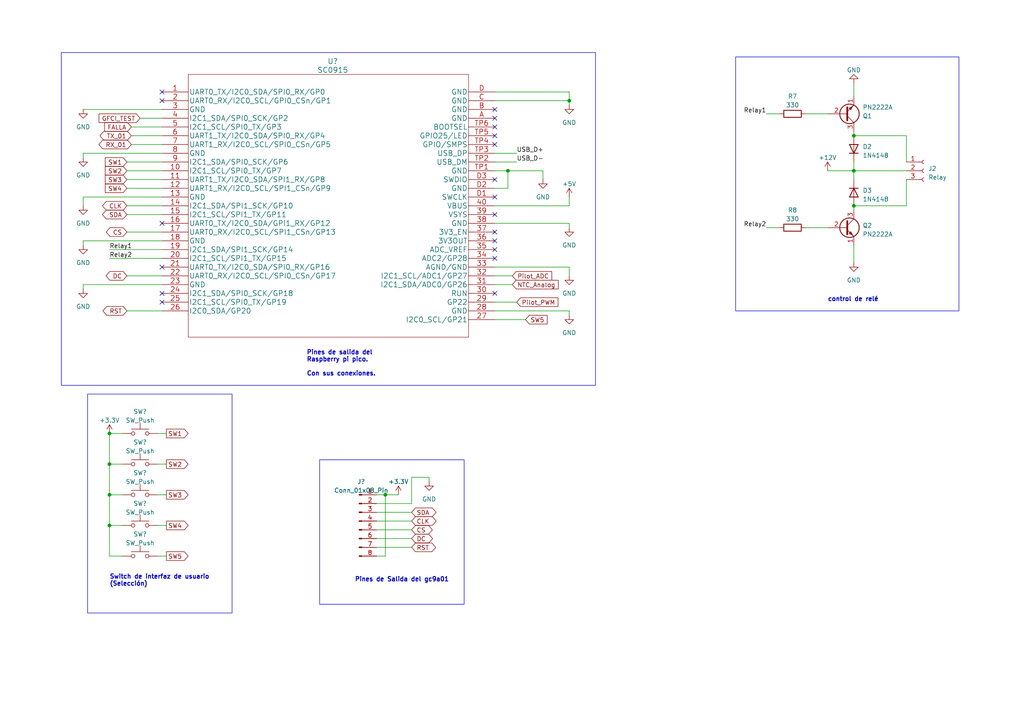
<source format=kicad_sch>
(kicad_sch (version 20230121) (generator eeschema)
  (paper "A4")
  (lib_symbols
    (symbol "+5V_1" (power) (pin_names (offset 0))
      (property "Value" "+5V_1" (at 0 3.556 0))
      (symbol "+5V_1_0_1"
        (polyline (pts (xy -0.762 1.27) (xy 0 2.54)))
        (polyline (pts (xy 0 0) (xy 0 2.54)))
        (polyline (pts (xy 0 2.54) (xy 0.762 1.27)))
      )
      (symbol "+5V_1_1_1"
        (pin power_in line (at 0 0 90) (length 0) hide (name "+5V") (number "1"))
      )
    )
    (symbol "Connector:Conn_01x03_Socket" (pin_names (offset 1.016) hide)
      (property "Reference" "J" (at 0 5.08 0))
      (property "Value" "Conn_01x03_Socket" (at 0 -5.08 0))
      (symbol "Conn_01x03_Socket_1_1"
        (arc (start 0 -2.032) (mid -0.5058 -2.54) (end 0 -3.048) (stroke (width 0.1524)))
        (polyline (pts (xy -1.27 -2.54) (xy -0.508 -2.54)) (stroke (width 0.1524)))
        (polyline (pts (xy -1.27 0) (xy -0.508 0)) (stroke (width 0.1524)))
        (polyline (pts (xy -1.27 2.54) (xy -0.508 2.54)) (stroke (width 0.1524)))
        (arc (start 0 0.508) (mid -0.5058 0) (end 0 -0.508) (stroke (width 0.1524)))
        (arc (start 0 3.048) (mid -0.5058 2.54) (end 0 2.032) (stroke (width 0.1524)))
        (pin passive line (at -5.08 2.54 0) (length 3.81) (name "Pin_1") (number "1"))
        (pin passive line (at -5.08 0 0) (length 3.81) (name "Pin_2") (number "2"))
        (pin passive line (at -5.08 -2.54 0) (length 3.81) (name "Pin_3") (number "3"))
      )
    )
    (symbol "Connector:Conn_01x08_Pin" (pin_names (offset 1.016) hide)
      (property "Reference" "J" (at 0 10.16 0))
      (property "Value" "Conn_01x08_Pin" (at 0 -12.7 0))
      (symbol "Conn_01x08_Pin_1_1"
        (polyline (pts (xy 1.27 -10.16) (xy 0.8636 -10.16)) (stroke (width 0.1524)))
        (polyline (pts (xy 1.27 -7.62) (xy 0.8636 -7.62)) (stroke (width 0.1524)))
        (polyline (pts (xy 1.27 -5.08) (xy 0.8636 -5.08)) (stroke (width 0.1524)))
        (polyline (pts (xy 1.27 -2.54) (xy 0.8636 -2.54)) (stroke (width 0.1524)))
        (polyline (pts (xy 1.27 0) (xy 0.8636 0)) (stroke (width 0.1524)))
        (polyline (pts (xy 1.27 2.54) (xy 0.8636 2.54)) (stroke (width 0.1524)))
        (polyline (pts (xy 1.27 5.08) (xy 0.8636 5.08)) (stroke (width 0.1524)))
        (polyline (pts (xy 1.27 7.62) (xy 0.8636 7.62)) (stroke (width 0.1524)))
        (rectangle (start 0.8636 -10.033) (end 0 -10.287) (stroke (width 0.1524)) (fill (type outline)))
        (rectangle (start 0.8636 -7.493) (end 0 -7.747) (stroke (width 0.1524)) (fill (type outline)))
        (rectangle (start 0.8636 -4.953) (end 0 -5.207) (stroke (width 0.1524)) (fill (type outline)))
        (rectangle (start 0.8636 -2.413) (end 0 -2.667) (stroke (width 0.1524)) (fill (type outline)))
        (rectangle (start 0.8636 0.127) (end 0 -0.127) (stroke (width 0.1524)) (fill (type outline)))
        (rectangle (start 0.8636 2.667) (end 0 2.413) (stroke (width 0.1524)) (fill (type outline)))
        (rectangle (start 0.8636 5.207) (end 0 4.953) (stroke (width 0.1524)) (fill (type outline)))
        (rectangle (start 0.8636 7.747) (end 0 7.493) (stroke (width 0.1524)) (fill (type outline)))
        (pin passive line (at 5.08 7.62 180) (length 3.81) (name "Pin_1") (number "1"))
        (pin passive line (at 5.08 5.08 180) (length 3.81) (name "Pin_2") (number "2"))
        (pin passive line (at 5.08 2.54 180) (length 3.81) (name "Pin_3") (number "3"))
        (pin passive line (at 5.08 0 180) (length 3.81) (name "Pin_4") (number "4"))
        (pin passive line (at 5.08 -2.54 180) (length 3.81) (name "Pin_5") (number "5"))
        (pin passive line (at 5.08 -5.08 180) (length 3.81) (name "Pin_6") (number "6"))
        (pin passive line (at 5.08 -7.62 180) (length 3.81) (name "Pin_7") (number "7"))
        (pin passive line (at 5.08 -10.16 180) (length 3.81) (name "Pin_8") (number "8"))
      )
    )
    (symbol "Device:R" (pin_numbers hide) (pin_names (offset 0))
      (property "Reference" "R" (at 2.032 0 90))
      (property "Value" "R" (at 0 0 90))
      (symbol "R_0_1"
        (rectangle (start -1.016 -2.54) (end 1.016 2.54) (stroke (width 0.254)))
      )
      (symbol "R_1_1"
        (pin passive line (at 0 3.81 270) (length 1.27) (name "~") (number "1"))
        (pin passive line (at 0 -3.81 90) (length 1.27) (name "~") (number "2"))
      )
    )
    (symbol "Diode:1N4148" (pin_numbers hide) (pin_names hide)
      (property "Reference" "D" (at 0 2.54 0))
      (property "Value" "1N4148" (at 0 -2.54 0))
      (symbol "1N4148_0_1"
        (polyline (pts (xy -1.27 1.27) (xy -1.27 -1.27)) (stroke (width 0.254)))
        (polyline (pts (xy 1.27 0) (xy -1.27 0)))
        (polyline (pts (xy 1.27 1.27) (xy 1.27 -1.27) (xy -1.27 0) (xy 1.27 1.27)) (stroke (width 0.254)))
      )
      (symbol "1N4148_1_1"
        (pin passive line (at -3.81 0 0) (length 2.54) (name "K") (number "1"))
        (pin passive line (at 3.81 0 180) (length 2.54) (name "A") (number "2"))
      )
    )
    (symbol "RP2040:SC0915" (pin_names (offset 0.254))
      (property "Reference" "U1" (at 63.5 8.89 0))
      (property "Value" "SC0915" (at 63.5 6.35 0))
      (symbol "SC0915_1_1"
        (polyline (pts (xy 7.62 -71.12) (xy 88.9 -71.12)) (stroke (width 0.127)))
        (polyline (pts (xy 7.62 5.08) (xy 7.62 -71.12)) (stroke (width 0.127)))
        (polyline (pts (xy 88.9 -71.12) (xy 88.9 5.08)) (stroke (width 0.127)))
        (polyline (pts (xy 88.9 5.08) (xy 7.62 5.08)) (stroke (width 0.127)))
        (pin bidirectional line (at 0 0 0) (length 7.62) (name "UART0_TX/I2C0_SDA/SPI0_RX/GP0") (number "1"))
        (pin bidirectional line (at 0 -22.86 0) (length 7.62) (name "I2C1_SCL/SPI0_TX/GP7") (number "10"))
        (pin bidirectional line (at 0 -25.4 0) (length 7.62) (name "UART1_TX/I2C0_SDA/SPI1_RX/GP8") (number "11"))
        (pin bidirectional line (at 0 -27.94 0) (length 7.62) (name "UART1_RX/I2C0_SCL/SPI1_CSn/GP9") (number "12"))
        (pin power_in line (at 0 -30.48 0) (length 7.62) (name "GND") (number "13"))
        (pin bidirectional line (at 0 -33.02 0) (length 7.62) (name "I2C1_SDA/SPI1_SCK/GP10") (number "14"))
        (pin bidirectional line (at 0 -35.56 0) (length 7.62) (name "I2C1_SCL/SPI1_TX/GP11") (number "15"))
        (pin bidirectional line (at 0 -38.1 0) (length 7.62) (name "UART0_TX/I2C0_SDA/GPI1_RX/GP12") (number "16"))
        (pin bidirectional line (at 0 -40.64 0) (length 7.62) (name "UART0_RX/I2C0_SCL/SPI1_CSn/GP13") (number "17"))
        (pin power_in line (at 0 -43.18 0) (length 7.62) (name "GND") (number "18"))
        (pin bidirectional line (at 0 -45.72 0) (length 7.62) (name "I2C1_SDA/SPI1_SCK/GP14") (number "19"))
        (pin bidirectional line (at 0 -2.54 0) (length 7.62) (name "UART0_RX/I2C0_SCL/GPI0_CSn/GP1") (number "2"))
        (pin bidirectional line (at 0 -48.26 0) (length 7.62) (name "I2C1_SCL/SPI1_TX/GP15") (number "20"))
        (pin bidirectional line (at 0 -50.8 0) (length 7.62) (name "UART0_TX/I2C0_SDA/SPI0_RX/GP16") (number "21"))
        (pin bidirectional line (at 0 -53.34 0) (length 7.62) (name "UART0_RX/I2C0_SCL/SPI0_CSn/GP17") (number "22"))
        (pin power_in line (at 0 -55.88 0) (length 7.62) (name "GND") (number "23"))
        (pin bidirectional line (at 0 -58.42 0) (length 7.62) (name "I2C1_SDA/SPI0_SCK/GP18") (number "24"))
        (pin bidirectional line (at 0 -60.96 0) (length 7.62) (name "I2C1_SCL/SPI0_TX/GP19") (number "25"))
        (pin bidirectional line (at 0 -63.5 0) (length 7.62) (name "I2C0_SDA/GP20") (number "26"))
        (pin bidirectional line (at 96.52 -66.04 180) (length 7.62) (name "I2C0_SCL/GP21") (number "27"))
        (pin power_in line (at 96.52 -63.5 180) (length 7.62) (name "GND") (number "28"))
        (pin bidirectional line (at 96.52 -60.96 180) (length 7.62) (name "GP22") (number "29"))
        (pin power_in line (at 0 -5.08 0) (length 7.62) (name "GND") (number "3"))
        (pin unspecified line (at 96.52 -58.42 180) (length 7.62) (name "RUN") (number "30"))
        (pin bidirectional line (at 96.52 -55.88 180) (length 7.62) (name "I2C1_SDA/ADC0/GP26") (number "31"))
        (pin bidirectional line (at 96.52 -53.34 180) (length 7.62) (name "I2C1_SCL/ADC1/GP27") (number "32"))
        (pin power_in line (at 96.52 -50.8 180) (length 7.62) (name "AGND/GND") (number "33"))
        (pin bidirectional line (at 96.52 -48.26 180) (length 7.62) (name "ADC2/GP28") (number "34"))
        (pin power_in line (at 96.52 -45.72 180) (length 7.62) (name "ADC_VREF") (number "35"))
        (pin output line (at 96.52 -43.18 180) (length 7.62) (name "3V3OUT") (number "36"))
        (pin power_in line (at 96.52 -40.64 180) (length 7.62) (name "3V3_EN") (number "37"))
        (pin power_in line (at 96.52 -38.1 180) (length 7.62) (name "GND") (number "38"))
        (pin power_in line (at 96.52 -35.56 180) (length 7.62) (name "VSYS") (number "39"))
        (pin bidirectional line (at 0 -7.62 0) (length 7.62) (name "I2C1_SDA/SPI0_SCK/GP2") (number "4"))
        (pin power_in line (at 96.52 -33.02 180) (length 7.62) (name "VBUS") (number "40"))
        (pin bidirectional line (at 0 -10.16 0) (length 7.62) (name "I2C1_SCL/SPI0_TX/GP3") (number "5"))
        (pin bidirectional line (at 0 -12.7 0) (length 7.62) (name "UART1_TX/I2C0_SDA/SPI0_RX/GP4") (number "6"))
        (pin bidirectional line (at 0 -15.24 0) (length 7.62) (name "UART1_RX/I2C0_SCL/SPI0_CSn/GP5") (number "7"))
        (pin power_in line (at 0 -17.78 0) (length 7.62) (name "GND") (number "8"))
        (pin bidirectional line (at 0 -20.32 0) (length 7.62) (name "I2C1_SDA/SPI0_SCK/GP6") (number "9"))
        (pin power_in line (at 96.52 -7.62 180) (length 7.62) (name "GND") (number "A"))
        (pin power_in line (at 96.52 -5.08 180) (length 7.62) (name "GND") (number "B"))
        (pin power_in line (at 96.52 -2.54 180) (length 7.62) (name "GND") (number "C"))
        (pin power_in line (at 96.52 0 180) (length 7.62) (name "GND") (number "D"))
        (pin unspecified line (at 96.52 -30.48 180) (length 7.62) (name "SWCLK") (number "D1"))
        (pin power_in line (at 96.52 -27.94 180) (length 7.62) (name "GND") (number "D2"))
        (pin unspecified line (at 96.52 -25.4 180) (length 7.62) (name "SWDIO") (number "D3"))
        (pin power_in line (at 96.52 -22.86 180) (length 7.62) (name "GND") (number "TP1"))
        (pin unspecified line (at 96.52 -20.32 180) (length 7.62) (name "USB_DM") (number "TP2"))
        (pin unspecified line (at 96.52 -17.78 180) (length 7.62) (name "USB_DP") (number "TP3"))
        (pin unspecified line (at 96.52 -15.24 180) (length 7.62) (name "GPIO/SMPS") (number "TP4"))
        (pin unspecified line (at 96.52 -12.7 180) (length 7.62) (name "GPIO25/LED") (number "TP5"))
        (pin unspecified line (at 96.52 -10.16 180) (length 7.62) (name "BOOTSEL") (number "TP6"))
      )
    )
    (symbol "Switch:SW_Push" (pin_numbers hide) (pin_names (offset 1.016) hide)
      (property "Reference" "SW" (at 1.27 2.54 0))
      (property "Value" "SW_Push" (at 0 -1.524 0))
      (symbol "SW_Push_0_1"
        (circle (center -2.032 0) (radius 0.508))
        (polyline (pts (xy 0 1.27) (xy 0 3.048)))
        (polyline (pts (xy 2.54 1.27) (xy -2.54 1.27)))
        (circle (center 2.032 0) (radius 0.508))
        (pin passive line (at -5.08 0 0) (length 2.54) (name "1") (number "1"))
        (pin passive line (at 5.08 0 180) (length 2.54) (name "2") (number "2"))
      )
    )
    (symbol "Transistor_BJT:PN2222A" (pin_names (offset 0) hide)
      (property "Reference" "Q" (at 5.08 1.905 0))
      (property "Value" "PN2222A" (at 5.08 0 0))
      (symbol "PN2222A_0_1"
        (polyline (pts (xy 0 0) (xy 0.635 0)))
        (polyline (pts (xy 2.54 -2.54) (xy 0.635 -0.635)))
        (polyline (pts (xy 2.54 2.54) (xy 0.635 0.635)))
        (polyline (pts (xy 0.635 1.905) (xy 0.635 -1.905) (xy 0.635 -1.905)) (stroke (width 0.508)))
        (polyline (pts (xy 2.413 -2.413) (xy 1.905 -1.905) (xy 1.905 -1.905)))
        (polyline (pts (xy 1.143 -1.651) (xy 1.651 -1.143) (xy 2.159 -2.159) (xy 1.143 -1.651) (xy 1.143 -1.651)) (fill (type outline)))
        (circle (center 1.27 0) (radius 2.8194) (stroke (width 0.254)))
      )
      (symbol "PN2222A_1_1"
        (pin passive line (at 2.54 -5.08 90) (length 2.54) (name "E") (number "1"))
        (pin input line (at -5.08 0 0) (length 5.08) (name "B") (number "2"))
        (pin passive line (at 2.54 5.08 270) (length 2.54) (name "C") (number "3"))
      )
    )
    (symbol "power:+12V" (power) (pin_names (offset 0))
      (property "Value" "+12V" (at 0 3.556 0))
      (symbol "+12V_0_1"
        (polyline (pts (xy -0.762 1.27) (xy 0 2.54)))
        (polyline (pts (xy 0 0) (xy 0 2.54)))
        (polyline (pts (xy 0 2.54) (xy 0.762 1.27)))
      )
      (symbol "+12V_1_1"
        (pin power_in line (at 0 0 90) (length 0) hide (name "+12V") (number "1"))
      )
    )
    (symbol "power:+3.3V" (power) (pin_names (offset 0))
      (property "Value" "+3.3V" (at 0 3.556 0))
      (symbol "+3.3V_0_1"
        (polyline (pts (xy -0.762 1.27) (xy 0 2.54)))
        (polyline (pts (xy 0 0) (xy 0 2.54)))
        (polyline (pts (xy 0 2.54) (xy 0.762 1.27)))
      )
      (symbol "+3.3V_1_1"
        (pin power_in line (at 0 0 90) (length 0) hide (name "+3.3V") (number "1"))
      )
    )
    (symbol "power:GND" (power) (pin_names (offset 0))
      (property "Value" "GND" (at 0 -3.81 0))
      (symbol "GND_0_1"
        (polyline (pts (xy 0 0) (xy 0 -1.27) (xy 1.27 -1.27) (xy 0 -2.54) (xy -1.27 -1.27) (xy 0 -1.27)))
      )
      (symbol "GND_1_1"
        (pin power_in line (at 0 0 270) (length 0) hide (name "GND") (number "1"))
      )
    )
  )
  (junction (at 111.76 143.51))
  (junction (at 31.75 125.73))
  (junction (at 165.1 29.21))
  (junction (at 31.75 134.62))
  (junction (at 147.32 49.53))
  (junction (at 247.65 49.53))
  (junction (at 31.75 152.4))
  (junction (at 247.65 59.69))
  (junction (at 247.65 39.37))
  (junction (at 31.75 143.51))
  (no_connect (at 46.99 85.09))
  (no_connect (at 46.99 87.63))
  (no_connect (at 143.51 67.31))
  (no_connect (at 143.51 41.91))
  (no_connect (at 143.51 34.29))
  (no_connect (at 143.51 39.37))
  (no_connect (at 143.51 85.09))
  (no_connect (at 143.51 62.23))
  (no_connect (at 143.51 69.85))
  (no_connect (at 46.99 29.21))
  (no_connect (at 143.51 31.75))
  (no_connect (at 46.99 26.67))
  (no_connect (at 143.51 57.15))
  (no_connect (at 143.51 72.39))
  (no_connect (at 143.51 52.07))
  (no_connect (at 143.51 74.93))
  (no_connect (at 143.51 36.83))
  (no_connect (at 46.99 77.47))
  (no_connect (at 46.99 64.77))
  (wire (pts (xy 233.68 33.02) (xy 240.03 33.02)))
  (wire (pts (xy 36.83 80.01) (xy 46.99 80.01)))
  (wire (pts (xy 31.75 74.93) (xy 46.99 74.93)))
  (wire (pts (xy 247.65 49.53) (xy 247.65 52.07)))
  (wire (pts (xy 165.1 26.67) (xy 143.51 26.67)))
  (wire (pts (xy 36.83 54.61) (xy 46.99 54.61)))
  (wire (pts (xy 109.22 161.29) (xy 111.76 161.29)))
  (wire (pts (xy 111.76 161.29) (xy 111.76 143.51)))
  (wire (pts (xy 165.1 77.47) (xy 165.1 80.01)))
  (wire (pts (xy 247.65 27.94) (xy 247.65 24.13)))
  (wire (pts (xy 24.13 69.85) (xy 46.99 69.85)))
  (wire (pts (xy 143.51 92.71) (xy 152.4 92.71)))
  (wire (pts (xy 233.68 66.04) (xy 240.03 66.04)))
  (wire (pts (xy 262.89 46.99) (xy 262.89 39.37)))
  (wire (pts (xy 109.22 146.05) (xy 119.38 146.05)))
  (wire (pts (xy 24.13 44.45) (xy 46.99 44.45)))
  (wire (pts (xy 31.75 134.62) (xy 31.75 143.51)))
  (wire (pts (xy 119.38 146.05) (xy 119.38 138.43)))
  (wire (pts (xy 109.22 143.51) (xy 111.76 143.51)))
  (wire (pts (xy 143.51 54.61) (xy 147.32 54.61)))
  (wire (pts (xy 143.51 46.99) (xy 149.86 46.99)))
  (wire (pts (xy 24.13 45.72) (xy 24.13 44.45)))
  (wire (pts (xy 31.75 125.73) (xy 35.56 125.73)))
  (wire (pts (xy 143.51 44.45) (xy 149.86 44.45)))
  (wire (pts (xy 35.56 143.51) (xy 31.75 143.51)))
  (wire (pts (xy 31.75 152.4) (xy 31.75 161.29)))
  (wire (pts (xy 262.89 39.37) (xy 247.65 39.37)))
  (wire (pts (xy 119.38 138.43) (xy 124.46 138.43)))
  (wire (pts (xy 31.75 143.51) (xy 31.75 152.4)))
  (wire (pts (xy 45.72 134.62) (xy 48.26 134.62)))
  (wire (pts (xy 109.22 153.67) (xy 119.38 153.67)))
  (wire (pts (xy 147.32 49.53) (xy 147.32 54.61)))
  (wire (pts (xy 247.65 71.12) (xy 247.65 76.2)))
  (wire (pts (xy 143.51 87.63) (xy 149.86 87.63)))
  (wire (pts (xy 247.65 46.99) (xy 247.65 49.53)))
  (wire (pts (xy 143.51 82.55) (xy 148.59 82.55)))
  (wire (pts (xy 157.48 49.53) (xy 157.48 52.07)))
  (wire (pts (xy 35.56 161.29) (xy 31.75 161.29)))
  (wire (pts (xy 143.51 59.69) (xy 165.1 59.69)))
  (wire (pts (xy 143.51 80.01) (xy 148.59 80.01)))
  (wire (pts (xy 109.22 148.59) (xy 119.38 148.59)))
  (wire (pts (xy 40.64 34.29) (xy 46.99 34.29)))
  (wire (pts (xy 247.65 59.69) (xy 247.65 60.96)))
  (wire (pts (xy 165.1 59.69) (xy 165.1 57.15)))
  (wire (pts (xy 24.13 71.12) (xy 24.13 69.85)))
  (wire (pts (xy 247.65 49.53) (xy 262.89 49.53)))
  (wire (pts (xy 240.03 49.53) (xy 247.65 49.53)))
  (wire (pts (xy 38.1 41.91) (xy 46.99 41.91)))
  (wire (pts (xy 45.72 152.4) (xy 48.26 152.4)))
  (wire (pts (xy 262.89 52.07) (xy 262.89 59.69)))
  (wire (pts (xy 36.83 49.53) (xy 46.99 49.53)))
  (wire (pts (xy 45.72 125.73) (xy 48.26 125.73)))
  (wire (pts (xy 38.1 36.83) (xy 46.99 36.83)))
  (wire (pts (xy 109.22 158.75) (xy 119.38 158.75)))
  (wire (pts (xy 109.22 151.13) (xy 119.38 151.13)))
  (wire (pts (xy 24.13 31.75) (xy 46.99 31.75)))
  (wire (pts (xy 36.83 67.31) (xy 46.99 67.31)))
  (wire (pts (xy 143.51 64.77) (xy 165.1 64.77)))
  (wire (pts (xy 35.56 152.4) (xy 31.75 152.4)))
  (wire (pts (xy 24.13 83.82) (xy 24.13 82.55)))
  (wire (pts (xy 36.83 90.17) (xy 46.99 90.17)))
  (wire (pts (xy 247.65 38.1) (xy 247.65 39.37)))
  (wire (pts (xy 143.51 49.53) (xy 147.32 49.53)))
  (wire (pts (xy 24.13 59.69) (xy 24.13 57.15)))
  (wire (pts (xy 222.25 33.02) (xy 226.06 33.02)))
  (wire (pts (xy 36.83 62.23) (xy 46.99 62.23)))
  (wire (pts (xy 124.46 138.43) (xy 124.46 139.7)))
  (wire (pts (xy 36.83 52.07) (xy 46.99 52.07)))
  (wire (pts (xy 24.13 57.15) (xy 46.99 57.15)))
  (wire (pts (xy 165.1 29.21) (xy 165.1 26.67)))
  (wire (pts (xy 143.51 77.47) (xy 165.1 77.47)))
  (wire (pts (xy 36.83 59.69) (xy 46.99 59.69)))
  (wire (pts (xy 45.72 161.29) (xy 48.26 161.29)))
  (wire (pts (xy 24.13 82.55) (xy 46.99 82.55)))
  (wire (pts (xy 109.22 156.21) (xy 119.38 156.21)))
  (wire (pts (xy 262.89 59.69) (xy 247.65 59.69)))
  (wire (pts (xy 45.72 143.51) (xy 48.26 143.51)))
  (wire (pts (xy 35.56 134.62) (xy 31.75 134.62)))
  (wire (pts (xy 111.76 143.51) (xy 115.57 143.51)))
  (wire (pts (xy 36.83 46.99) (xy 46.99 46.99)))
  (wire (pts (xy 165.1 90.17) (xy 165.1 91.44)))
  (wire (pts (xy 165.1 64.77) (xy 165.1 66.04)))
  (wire (pts (xy 31.75 134.62) (xy 31.75 125.73)))
  (wire (pts (xy 143.51 90.17) (xy 165.1 90.17)))
  (wire (pts (xy 143.51 29.21) (xy 165.1 29.21)))
  (wire (pts (xy 31.75 72.39) (xy 46.99 72.39)))
  (wire (pts (xy 222.25 66.04) (xy 226.06 66.04)))
  (wire (pts (xy 147.32 49.53) (xy 157.48 49.53)))
  (wire (pts (xy 165.1 30.48) (xy 165.1 29.21)))
  (wire (pts (xy 38.1 39.37) (xy 46.99 39.37)))
  (rectangle (start 17.78 15.24) (end 172.72 111.76))
  (rectangle (start 213.36 16.51) (end 278.13 90.17))
  (rectangle (start 25.4 114.3) (end 67.31 177.8))
  (rectangle (start 92.71 133.35) (end 134.62 175.26))
  (text "Switch de interfaz de usuario\n(Selección)" (at 31.75 170.18 0) (effects (font (size 1.27 1.27) bold) (justify left bottom)))
  (text "Pines de salida del\nRaspberry pi pico.\n\nCon sus conexiones." (at 88.9 109.22 0) (effects (font (size 1.27 1.27) bold) (justify left bottom)))
  (text "control de relé " (at 240.03 87.63 0) (effects (font (size 1.27 1.27) (thickness 0.254) bold) (justify left bottom)))
  (text "Pines de Salida del gc9a01" (at 102.87 168.91 0) (effects (font (size 1.27 1.27) (thickness 0.254) bold) (justify left bottom)))
  (label "USB_D-" (at 149.86 46.99 0))
  (label "Relay1" (at 31.75 72.39 0))
  (label "Relay1" (at 222.25 33.02 180))
  (label "Relay2" (at 222.25 66.04 180))
  (label "Relay2" (at 31.75 74.93 0))
  (label "USB_D+" (at 149.86 44.45 0))
  (global_label "NTC_Analog" (shape input) (at 148.59 82.55 0) (property "Intersheetrefs" "${INTERSHEET_REFS}" (effects hide)))
  (global_label "CLK" (shape bidirectional) (at 119.38 151.13 0) (property "Intersheetrefs" "${INTERSHEET_REFS}" (effects hide)))
  (global_label "Pilot_ADC" (shape input) (at 148.59 80.01 0) (property "Intersheetrefs" "${INTERSHEET_REFS}" (effects hide)))
  (global_label "SW3" (shape output) (at 48.26 143.51 0) (property "Intersheetrefs" "${INTERSHEET_REFS}" (effects hide)))
  (global_label "GFCI_TEST" (shape input) (at 40.64 34.29 180) (property "Intersheetrefs" "${INTERSHEET_REFS}" (effects hide)))
  (global_label "CS" (shape bidirectional) (at 36.83 67.31 180) (property "Intersheetrefs" "${INTERSHEET_REFS}" (effects hide)))
  (global_label "SW4" (shape input) (at 36.83 54.61 180) (property "Intersheetrefs" "${INTERSHEET_REFS}" (effects hide)))
  (global_label "RST" (shape bidirectional) (at 119.38 158.75 0) (property "Intersheetrefs" "${INTERSHEET_REFS}" (effects hide)))
  (global_label "SW3" (shape input) (at 36.83 52.07 180) (property "Intersheetrefs" "${INTERSHEET_REFS}" (effects hide)))
  (global_label "SW4" (shape output) (at 48.26 152.4 0) (property "Intersheetrefs" "${INTERSHEET_REFS}" (effects hide)))
  (global_label "CS" (shape bidirectional) (at 119.38 153.67 0) (property "Intersheetrefs" "${INTERSHEET_REFS}" (effects hide)))
  (global_label "SDA" (shape bidirectional) (at 36.83 62.23 180) (property "Intersheetrefs" "${INTERSHEET_REFS}" (effects hide)))
  (global_label "TX_01" (shape bidirectional) (at 38.1 39.37 180) (property "Intersheetrefs" "${INTERSHEET_REFS}" (effects hide)))
  (global_label "SW2" (shape output) (at 48.26 134.62 0) (property "Intersheetrefs" "${INTERSHEET_REFS}" (effects hide)))
  (global_label "DC" (shape bidirectional) (at 36.83 80.01 180) (property "Intersheetrefs" "${INTERSHEET_REFS}" (effects hide)))
  (global_label "SW1" (shape input) (at 36.83 46.99 180) (property "Intersheetrefs" "${INTERSHEET_REFS}" (effects hide)))
  (global_label "SW1" (shape output) (at 48.26 125.73 0) (property "Intersheetrefs" "${INTERSHEET_REFS}" (effects hide)))
  (global_label "SW5" (shape output) (at 48.26 161.29 0) (property "Intersheetrefs" "${INTERSHEET_REFS}" (effects hide)))
  (global_label "RX_01" (shape bidirectional) (at 38.1 41.91 180) (property "Intersheetrefs" "${INTERSHEET_REFS}" (effects hide)))
  (global_label "FALLA" (shape input) (at 38.1 36.83 180) (property "Intersheetrefs" "${INTERSHEET_REFS}" (effects hide)))
  (global_label "SDA" (shape bidirectional) (at 119.38 148.59 0) (property "Intersheetrefs" "${INTERSHEET_REFS}" (effects hide)))
  (global_label "RST" (shape bidirectional) (at 36.83 90.17 180) (property "Intersheetrefs" "${INTERSHEET_REFS}" (effects hide)))
  (global_label "Pilot_PWM" (shape input) (at 149.86 87.63 0) (property "Intersheetrefs" "${INTERSHEET_REFS}" (effects hide)))
  (global_label "CLK" (shape bidirectional) (at 36.83 59.69 180) (property "Intersheetrefs" "${INTERSHEET_REFS}" (effects hide)))
  (global_label "DC" (shape bidirectional) (at 119.38 156.21 0) (property "Intersheetrefs" "${INTERSHEET_REFS}" (effects hide)))
  (global_label "SW2" (shape input) (at 36.83 49.53 180) (property "Intersheetrefs" "${INTERSHEET_REFS}" (effects hide)))
  (global_label "SW5" (shape input) (at 152.4 92.71 0) (property "Intersheetrefs" "${INTERSHEET_REFS}" (effects hide)))
  (symbol (lib_id "power:GND") (at 124.46 139.7 0) (unit 1)
    (property "Reference" "#PWR?" (effects hide))
    (property "Value" "GND" (at 124.46 144.78 0))
    (instances (project "PreliminarPCB" (path "" (reference "#PWR?") (unit 1))) (project "CircuitoPotencia" (path "" (reference "#PWR017") (unit 1))))
  )
  (symbol (lib_id "Switch:SW_Push") (at 40.64 161.29 0) (unit 1)
    (property "Reference" "SW?" (at 40.64 154.94 0))
    (property "Value" "SW_Push" (at 40.64 157.48 0))
    (instances (project "PreliminarPCB" (path "" (reference "SW?") (unit 1))) (project "CircuitoPotencia" (path "" (reference "SW5") (unit 1))))
  )
  (symbol (lib_id "power:GND") (at 165.1 30.48 0) (unit 1)
    (property "Reference" "#PWR?" (effects hide))
    (property "Value" "GND" (at 165.1 35.56 0))
    (instances (project "PreliminarPCB" (path "" (reference "#PWR?") (unit 1))) (project "CircuitoPotencia" (path "" (reference "#PWR019") (unit 1))))
  )
  (symbol (lib_id "Diode:1N4148") (at 247.65 43.18 90) (unit 1)
    (property "Reference" "D2" (at 250.19 42.545 90) (effects (justify right)))
    (property "Value" "1N4148" (at 250.19 45.085 90) (effects (justify right)))
    (property "Footprint" "Diode_THT:D_DO-35_SOD27_P7.62mm_Horizontal" (effects hide))
    (property "Datasheet" "https://assets.nexperia.com/documents/data-sheet/1N4148_1N4448.pdf" (effects hide))
    (property "Sim.Device" "D" (effects hide))
    (property "Sim.Pins" "1=K 2=A" (effects hide))
  )
  (symbol (lib_id "power:GND") (at 157.48 52.07 0) (unit 1)
    (property "Reference" "#PWR?" (effects hide))
    (property "Value" "GND" (at 157.48 57.15 0))
    (instances (project "PreliminarPCB" (path "" (reference "#PWR?") (unit 1))) (project "CircuitoPotencia" (path "" (reference "#PWR018") (unit 1))))
  )
  (symbol (lib_id "Device:R") (at 229.87 33.02 90) (unit 1)
    (property "Reference" "R7" (at 229.87 27.94 90))
    (property "Value" "330" (at 229.87 30.48 90))
  )
  (symbol (lib_id "power:GND") (at 24.13 83.82 0) (unit 1)
    (property "Reference" "#PWR?" (effects hide))
    (property "Value" "GND" (at 24.13 88.9 0))
    (instances (project "PreliminarPCB" (path "" (reference "#PWR?") (unit 1))) (project "CircuitoPotencia" (path "" (reference "#PWR014") (unit 1))))
  )
  (symbol (lib_id "Switch:SW_Push") (at 40.64 125.73 0) (unit 1)
    (property "Reference" "SW?" (at 40.64 119.38 0))
    (property "Value" "SW_Push" (at 40.64 121.92 0))
    (instances (project "PreliminarPCB" (path "" (reference "SW?") (unit 1))) (project "CircuitoPotencia" (path "" (reference "SW1") (unit 1))))
  )
  (symbol (lib_id "power:GND") (at 165.1 80.01 0) (unit 1)
    (property "Reference" "#PWR?" (effects hide))
    (property "Value" "GND" (at 165.1 85.09 0))
    (instances (project "PreliminarPCB" (path "" (reference "#PWR?") (unit 1))) (project "CircuitoPotencia" (path "" (reference "#PWR022") (unit 1))))
  )
  (symbol (lib_id "power:GND") (at 24.13 71.12 0) (unit 1)
    (property "Reference" "#PWR?" (effects hide))
    (property "Value" "GND" (at 24.13 76.2 0))
    (instances (project "PreliminarPCB" (path "" (reference "#PWR?") (unit 1))) (project "CircuitoPotencia" (path "" (reference "#PWR013") (unit 1))))
  )
  (symbol (lib_id "power:GND") (at 165.1 66.04 0) (unit 1)
    (property "Reference" "#PWR?" (effects hide))
    (property "Value" "GND" (at 165.1 71.12 0))
    (instances (project "PreliminarPCB" (path "" (reference "#PWR?") (unit 1))) (project "CircuitoPotencia" (path "" (reference "#PWR021") (unit 1))))
  )
  (symbol (lib_id "Transistor_BJT:PN2222A") (at 245.11 66.04 0) (unit 1)
    (property "Reference" "Q2" (at 250.19 65.405 0) (effects (justify left)))
    (property "Value" "PN2222A" (at 250.19 67.945 0) (effects (justify left)))
    (property "Footprint" "Package_TO_SOT_THT:TO-92_Inline" (effects hide))
    (property "Datasheet" "https://www.onsemi.com/pub/Collateral/PN2222-D.PDF" (effects hide))
  )
  (symbol (lib_id "power:GND") (at 247.65 24.13 180) (unit 1)
    (property "Reference" "#PWR?" (effects hide))
    (property "Value" "GND" (at 247.65 20.32 0))
    (instances (project "PreliminarPCB" (path "" (reference "#PWR?") (unit 1))) (project "CircuitoPotencia" (path "" (reference "#PWR025") (unit 1))))
  )
  (symbol (lib_id "Switch:SW_Push") (at 40.64 143.51 0) (unit 1)
    (property "Reference" "SW?" (at 40.64 137.16 0))
    (property "Value" "SW_Push" (at 40.64 139.7 0))
    (instances (project "PreliminarPCB" (path "" (reference "SW?") (unit 1))) (project "CircuitoPotencia" (path "" (reference "SW3") (unit 1))))
  )
  (symbol (lib_id "Switch:SW_Push") (at 40.64 134.62 0) (unit 1)
    (property "Reference" "SW?" (at 40.64 128.27 0))
    (property "Value" "SW_Push" (at 40.64 130.81 0))
    (instances (project "PreliminarPCB" (path "" (reference "SW?") (unit 1))) (project "CircuitoPotencia" (path "" (reference "SW2") (unit 1))))
  )
  (symbol (lib_id "power:GND") (at 24.13 31.75 0) (unit 1)
    (property "Reference" "#PWR?" (effects hide))
    (property "Value" "GND" (at 24.13 36.83 0))
    (instances (project "PreliminarPCB" (path "" (reference "#PWR?") (unit 1))) (project "CircuitoPotencia" (path "" (reference "#PWR010") (unit 1))))
  )
  (symbol (lib_id "Switch:SW_Push") (at 40.64 152.4 0) (unit 1)
    (property "Reference" "SW?" (at 40.64 146.05 0))
    (property "Value" "SW_Push" (at 40.64 148.59 0))
    (instances (project "PreliminarPCB" (path "" (reference "SW?") (unit 1))) (project "CircuitoPotencia" (path "" (reference "SW4") (unit 1))))
  )
  (symbol (lib_id "power:GND") (at 24.13 45.72 0) (unit 1)
    (property "Reference" "#PWR?" (effects hide))
    (property "Value" "GND" (at 24.13 50.8 0))
    (instances (project "PreliminarPCB" (path "" (reference "#PWR?") (unit 1))) (project "CircuitoPotencia" (path "" (reference "#PWR011") (unit 1))))
  )
  (symbol (lib_id "Connector:Conn_01x03_Socket") (at 267.97 49.53 0) (unit 1)
    (property "Reference" "J2" (at 269.24 48.895 0) (effects (justify left)))
    (property "Value" "Relay" (at 269.24 51.435 0) (effects (justify left)))
  )
  (symbol (lib_name "+5V_1") (lib_id "power:+5V") (at 165.1 57.15 0) (unit 1)
    (property "Reference" "#PWR?" (effects hide))
    (property "Value" "+5V" (at 165.1 53.34 0))
    (instances (project "PreliminarPCB" (path "" (reference "#PWR?") (unit 1))) (project "CircuitoPotencia" (path "" (reference "#PWR020") (unit 1))))
  )
  (symbol (lib_id "power:GND") (at 24.13 59.69 0) (unit 1)
    (property "Reference" "#PWR?" (effects hide))
    (property "Value" "GND" (at 24.13 64.77 0))
    (instances (project "PreliminarPCB" (path "" (reference "#PWR?") (unit 1))) (project "CircuitoPotencia" (path "" (reference "#PWR012") (unit 1))))
  )
  (symbol (lib_id "Transistor_BJT:PN2222A") (at 245.11 33.02 0) (mirror x) (unit 1)
    (property "Reference" "Q1" (at 250.19 33.655 0) (effects (justify left)))
    (property "Value" "PN2222A" (at 250.19 31.115 0) (effects (justify left)))
    (property "Footprint" "Package_TO_SOT_THT:TO-92_Inline" (effects hide))
    (property "Datasheet" "https://www.onsemi.com/pub/Collateral/PN2222-D.PDF" (effects hide))
  )
  (symbol (lib_id "power:GND") (at 165.1 91.44 0) (unit 1)
    (property "Reference" "#PWR?" (effects hide))
    (property "Value" "GND" (at 165.1 96.52 0))
    (instances (project "PreliminarPCB" (path "" (reference "#PWR?") (unit 1))) (project "CircuitoPotencia" (path "" (reference "#PWR023") (unit 1))))
  )
  (symbol (lib_id "RP2040:SC0915") (at 46.99 26.67 0) (unit 1)
    (property "Reference" "U?" (at 96.52 17.78 0) (effects (font (size 1.524 1.524))))
    (property "Value" "SC0915" (at 96.52 20.32 0) (effects (font (size 1.524 1.524))))
    (property "Footprint" "RP2040:RP2040_SC0915" (effects hide))
    (instances (project "PreliminarPCB" (path "" (reference "U?") (unit 1))) (project "CircuitoPotencia" (path "" (reference "U2") (unit 1))))
  )
  (symbol (lib_id "power:+3.3V") (at 31.75 125.73 0) (unit 1)
    (property "Reference" "#PWR?" (effects hide))
    (property "Value" "+3.3V" (at 31.75 121.92 0))
    (instances (project "PreliminarPCB" (path "" (reference "#PWR?") (unit 1))) (project "CircuitoPotencia" (path "" (reference "#PWR015") (unit 1))))
  )
  (symbol (lib_id "power:+3.3V") (at 115.57 143.51 0) (unit 1)
    (property "Reference" "#PWR?" (effects hide))
    (property "Value" "+3.3V" (at 115.57 139.7 0))
    (instances (project "PreliminarPCB" (path "" (reference "#PWR?") (unit 1))) (project "CircuitoPotencia" (path "" (reference "#PWR016") (unit 1))))
  )
  (symbol (lib_id "power:+12V") (at 240.03 49.53 0) (unit 1)
    (property "Reference" "#PWR024" (effects hide))
    (property "Value" "+12V" (at 240.03 45.72 0))
  )
  (symbol (lib_id "power:GND") (at 247.65 76.2 0) (unit 1)
    (property "Reference" "#PWR?" (effects hide))
    (property "Value" "GND" (at 247.65 81.28 0))
    (instances (project "PreliminarPCB" (path "" (reference "#PWR?") (unit 1))) (project "CircuitoPotencia" (path "" (reference "#PWR026") (unit 1))))
  )
  (symbol (lib_id "Diode:1N4148") (at 247.65 55.88 270) (unit 1)
    (property "Reference" "D3" (at 250.19 55.245 90) (effects (justify left)))
    (property "Value" "1N4148" (at 250.19 57.785 90) (effects (justify left)))
    (property "Footprint" "Diode_THT:D_DO-35_SOD27_P7.62mm_Horizontal" (effects hide))
    (property "Datasheet" "https://assets.nexperia.com/documents/data-sheet/1N4148_1N4448.pdf" (effects hide))
    (property "Sim.Device" "D" (effects hide))
    (property "Sim.Pins" "1=K 2=A" (effects hide))
  )
  (symbol (lib_id "Device:R") (at 229.87 66.04 90) (unit 1)
    (property "Reference" "R8" (at 229.87 60.96 90))
    (property "Value" "330" (at 229.87 63.5 90))
  )
  (symbol (lib_id "Connector:Conn_01x08_Pin") (at 104.14 151.13 0) (unit 1)
    (property "Reference" "J?" (at 104.775 139.7 0))
    (property "Value" "Conn_01x08_Pin" (at 104.775 142.24 0))
    (instances (project "PreliminarPCB" (path "" (reference "J?") (unit 1))) (project "CircuitoPotencia" (path "" (reference "J1") (unit 1))))
  )
)
</source>
